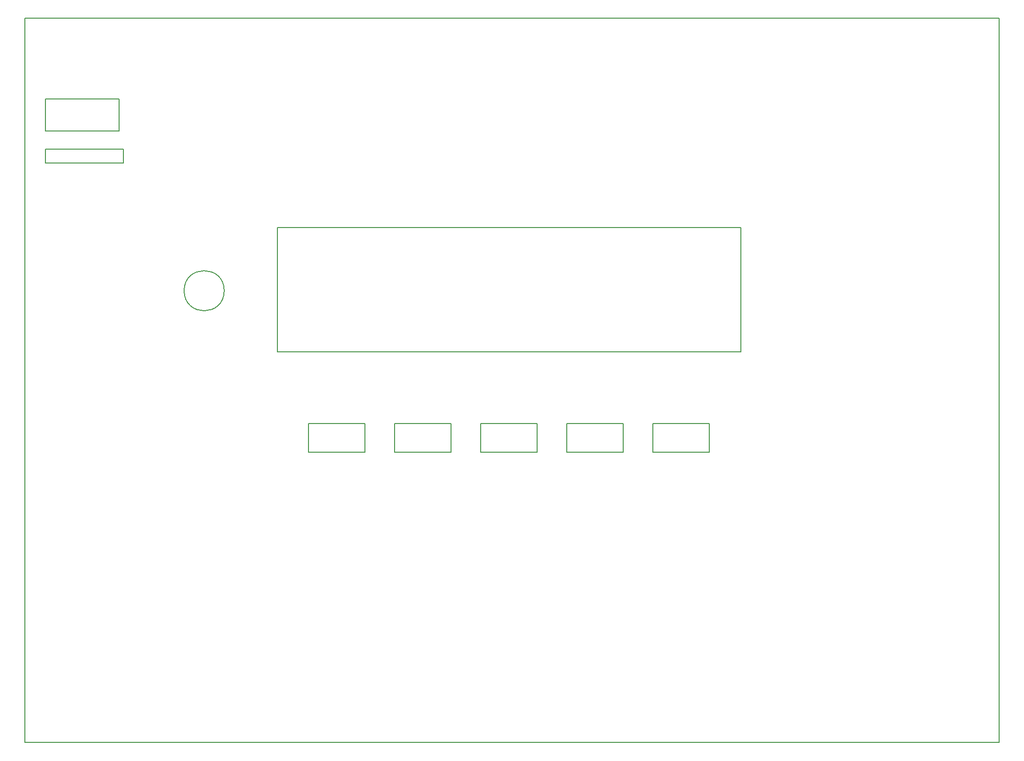
<source format=gm1>
G04 #@! TF.FileFunction,Profile,NP*
%FSLAX46Y46*%
G04 Gerber Fmt 4.6, Leading zero omitted, Abs format (unit mm)*
G04 Created by KiCad (PCBNEW 4.0.7) date 2018 May 15, Tuesday 21:06:43*
%MOMM*%
%LPD*%
G01*
G04 APERTURE LIST*
%ADD10C,0.100000*%
%ADD11C,0.150000*%
G04 APERTURE END LIST*
D10*
D11*
X248700000Y-27305000D02*
X76200000Y-27305000D01*
X248700000Y-155575000D02*
X248700000Y-27305000D01*
X76200000Y-155575000D02*
X248700000Y-155575000D01*
X76200000Y-27305000D02*
X76200000Y-155575000D01*
X111500000Y-75565000D02*
G75*
G03X111500000Y-75565000I-3550000J0D01*
G01*
X120925000Y-64380000D02*
X120925000Y-86380000D01*
X120925000Y-86380000D02*
X202925000Y-86380000D01*
X202925000Y-64380000D02*
X202925000Y-86380000D01*
X120925000Y-64380000D02*
X202925000Y-64380000D01*
X126445000Y-99050000D02*
X136445000Y-99050000D01*
X126445000Y-104150000D02*
X126445000Y-99050000D01*
X136445000Y-104150000D02*
X126445000Y-104150000D01*
X136445000Y-99050000D02*
X136445000Y-104150000D01*
X141685000Y-99050000D02*
X151685000Y-99050000D01*
X141685000Y-104150000D02*
X141685000Y-99050000D01*
X151685000Y-104150000D02*
X141685000Y-104150000D01*
X151685000Y-99050000D02*
X151685000Y-104150000D01*
X156925000Y-99050000D02*
X166925000Y-99050000D01*
X156925000Y-104150000D02*
X156925000Y-99050000D01*
X166925000Y-104150000D02*
X156925000Y-104150000D01*
X166925000Y-99050000D02*
X166925000Y-104150000D01*
X172165000Y-99050000D02*
X182165000Y-99050000D01*
X172165000Y-104150000D02*
X172165000Y-99050000D01*
X182165000Y-104150000D02*
X172165000Y-104150000D01*
X182165000Y-99050000D02*
X182165000Y-104150000D01*
X187405000Y-99050000D02*
X197405000Y-99050000D01*
X187405000Y-104150000D02*
X187405000Y-99050000D01*
X197405000Y-104150000D02*
X187405000Y-104150000D01*
X197405000Y-99050000D02*
X197405000Y-104150000D01*
X93660000Y-52920000D02*
X93660000Y-50520000D01*
X93660000Y-50520000D02*
X79860000Y-50520000D01*
X93660000Y-52920000D02*
X79860000Y-52920000D01*
X79860000Y-52920000D02*
X79860000Y-50520000D01*
X92910000Y-41560000D02*
X92910000Y-47280000D01*
X79810000Y-41560000D02*
X79810000Y-47280000D01*
X79810000Y-47280000D02*
X92910000Y-47280000D01*
X79810000Y-41560000D02*
X92910000Y-41560000D01*
M02*

</source>
